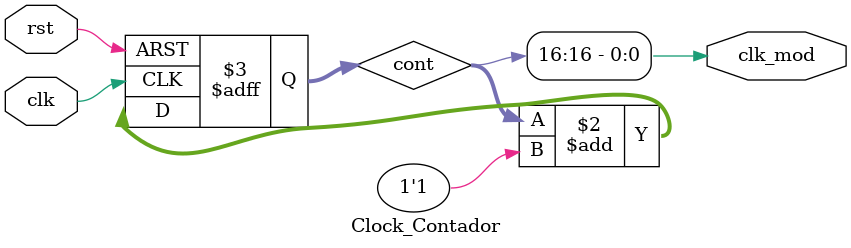
<source format=v>
`timescale 1ns / 1ps
module Clock_Contador(
    input wire clk,
	 input wire rst,
    output wire clk_mod //Clock que se usara en el display de 7 segmentos
	 //output wire clk_control
    );

reg [16:0] cont; //Registro del la partición del clock

//Parte el clock interno por medio de un contador de 16-bits
always @ (posedge clk, posedge rst)
begin
	if (rst) begin cont<=0; end
	else begin cont<=cont+1'b1; end
end

assign clk_mod=cont[16];
//assign clk_control = cont[26];

endmodule

</source>
